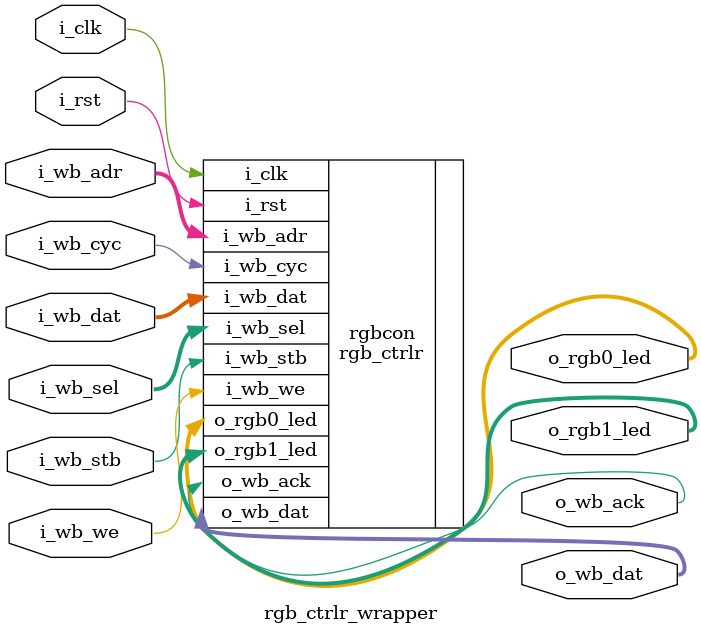
<source format=v>
/*
* Author: Ibrahim Binmahfood
* ECE540, Kravitz
* Project 1, Part 3: RGB LED Controller - wrapper
* 11/01/2023
*
* Platform: RVfpga on Boolean Board
* Description: Wraps the system verilog rtl module 'rgb_ctrlr' into a verilog
* module. Due to System Verilog not directly supported by Vivado for rtl modules
* System Verilog.
*
*/

module rgb_ctrlr_wrapper
    (input wire i_clk,
     input wire i_rst,
     // Wishbone Interface
     input wire [5:0] i_wb_adr,     // only need 6 bits for six registers
     input wire [31:0] i_wb_dat,
     input wire [3:0] i_wb_sel,     // At most need 4 select lines
     input wire i_wb_we,
     input wire i_wb_cyc,
     input wire i_wb_stb,
     output wire [31:0] o_wb_dat,   // Have 32 bit register peripherals
     output wire o_wb_ack,
     // RGB LEDs
     output wire [2:0] o_rgb0_led, // RGB[0] = B; RGB[1] = G; RGB[2] = R;
     output wire [2:0] o_rgb1_led);

    rgb_ctrlr rgbcon
       (.i_clk          (i_clk),
        .i_rst          (i_rst),
        .i_wb_adr       (i_wb_adr),
        .i_wb_dat       (i_wb_dat),
        .i_wb_sel       (i_wb_sel),
        .i_wb_we        (i_wb_we),
        .i_wb_cyc       (i_wb_cyc),
        .i_wb_stb       (i_wb_stb),
        .o_wb_dat       (o_wb_dat),
        .o_wb_ack       (o_wb_ack),
        .o_rgb0_led     (o_rgb0_led),
        .o_rgb1_led     (o_rgb1_led));

endmodule

</source>
